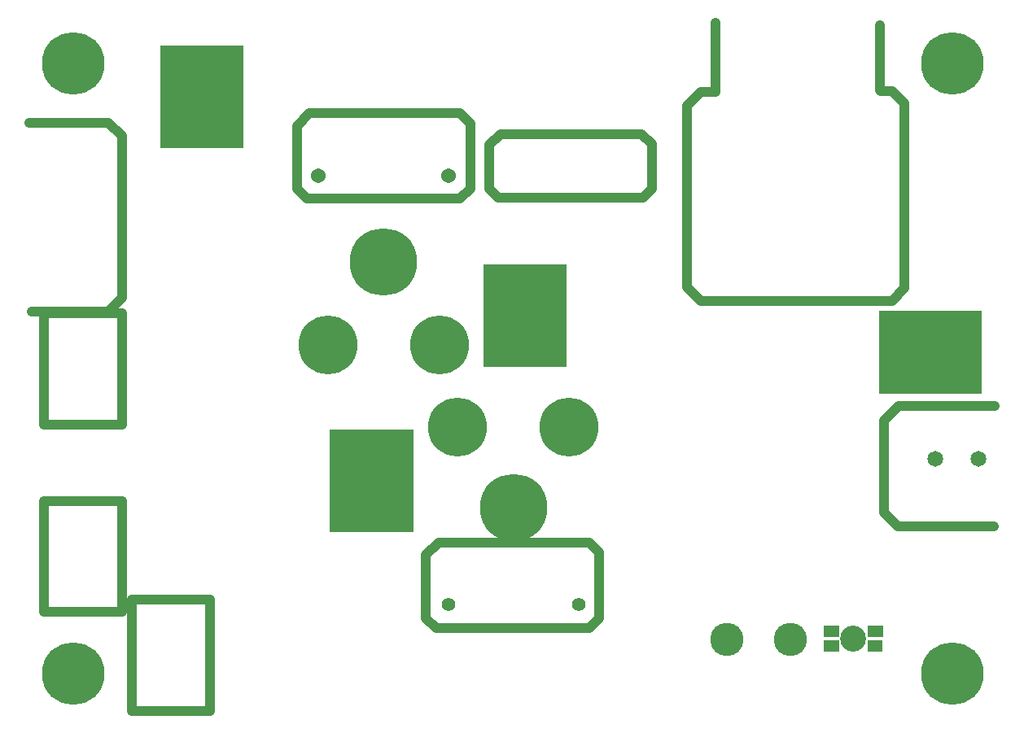
<source format=gbr>
G04 start of page 6 for group -4063 idx -4063 *
G04 Title: (unknown), componentmask *
G04 Creator: pcb 20110918 *
G04 CreationDate: Mon Jan 27 16:51:53 2014 UTC *
G04 For: fosse *
G04 Format: Gerber/RS-274X *
G04 PCB-Dimensions: 550000 450000 *
G04 PCB-Coordinate-Origin: lower left *
%MOIN*%
%FSLAX25Y25*%
%LNTOPMASK*%
%ADD86R,0.0472X0.0472*%
%ADD85R,0.0473X0.0473*%
%ADD84R,0.3407X0.3407*%
%ADD83C,0.0400*%
%ADD82C,0.0604*%
%ADD81C,0.1360*%
%ADD80C,0.1062*%
%ADD79C,0.2410*%
%ADD78C,0.0554*%
%ADD77C,0.2760*%
%ADD76C,0.2560*%
%ADD75C,0.0651*%
G54D75*X430327Y226256D03*
G54D76*X419600Y388300D03*
Y138300D03*
G54D77*X239910Y206240D03*
G54D78*X266485Y166444D03*
X213335D03*
G54D79*X216910Y239240D03*
G54D76*X59600Y138300D03*
G54D75*X412610Y226256D03*
G54D80*X379000Y152500D03*
G54D81*X327110Y152090D03*
X353110D03*
G54D79*X262410Y239240D03*
G54D77*X186500Y307000D03*
G54D82*X213076Y342206D03*
X159926D03*
G54D76*X59600Y388300D03*
G54D79*X209350Y273000D03*
X163850D03*
G54D83*X79500Y358350D02*Y292050D01*
X74100Y286650D02*X79500Y292050D01*
X73900Y286450D02*X79500Y292050D01*
X42500Y286450D02*X73900D01*
X41500Y363950D02*X73900D01*
X79500Y358350D01*
G54D84*X112151Y378561D02*Y370686D01*
G54D83*X79500Y285800D02*Y240300D01*
X47500Y285800D02*X79500D01*
X47500Y240300D02*X79500D01*
X47500Y285800D02*Y240300D01*
X115500Y168500D02*Y123000D01*
X83500Y168500D02*Y123000D01*
X115500D01*
X79500Y209000D02*Y163500D01*
X47500D02*X79500D01*
X47500Y209000D02*Y163500D01*
Y209000D02*X79500D01*
X83500Y168500D02*X115500D01*
G54D84*X181651Y221061D02*Y213186D01*
G54D83*X203990Y186760D02*X209090Y191860D01*
X203990Y186760D02*X209090Y191860D01*
G54D84*X244529Y288794D02*Y280919D01*
G54D83*X270890Y191860D02*X274990Y187760D01*
X209090Y191860D02*X270890D01*
X274990Y187760D01*
X209090Y191860D02*X270890D01*
Y156860D02*X274990Y160960D01*
Y187760D02*Y160960D01*
X270890Y156860D02*X274990Y160960D01*
Y187760D02*Y160960D01*
X203990D02*X208090Y156860D01*
X203990Y160960D02*X208090Y156860D01*
X203990Y186760D02*Y160960D01*
Y186760D02*Y160960D01*
X208090Y156860D02*X270890D01*
X208090D02*X270890D01*
X322500Y405000D02*Y376500D01*
X316600D02*X322500D01*
X311200Y371100D02*X316600Y376500D01*
X311000Y370900D02*X316600Y376500D01*
X311000Y370900D02*Y296600D01*
X316600Y291000D01*
X394900D01*
X400000Y296100D01*
Y371900D02*Y296100D01*
X394900Y377000D02*X400000Y371900D01*
X390100Y377000D02*X394900D01*
X390000Y377100D02*X390100Y377000D01*
X390000Y404000D02*Y377100D01*
X217990Y367760D02*X222090Y363660D01*
X151090Y362660D02*Y336860D01*
X156190Y367760D02*X217990D01*
X151090Y362660D02*X156190Y367760D01*
X155190Y332760D02*X217990D01*
X151090Y336860D02*X155190Y332760D01*
X233500Y333200D02*X292800D01*
X234450Y359250D02*X292250D01*
X292800Y333200D02*X296400Y336800D01*
Y355100D02*Y336800D01*
X292250Y359250D02*X296400Y355100D01*
X217990Y332760D02*X222090Y336860D01*
X229900Y336800D02*X233500Y333200D01*
X222090Y363660D02*Y336860D01*
X229900Y354700D02*X234450Y359250D01*
X229900Y354700D02*Y336800D01*
X391500Y241900D02*Y204100D01*
X397100Y198500D01*
X436500D01*
G54D84*X406472Y269760D02*X414347D01*
G54D83*X397600Y248000D02*X437000D01*
X391500Y241900D02*X397600Y248000D01*
G54D85*X369354Y155452D02*X370930D01*
G54D86*X369354Y149547D02*X370930D01*
G54D85*X387072Y155452D02*X388646D01*
G54D86*X387071Y149547D02*X388646D01*
M02*

</source>
